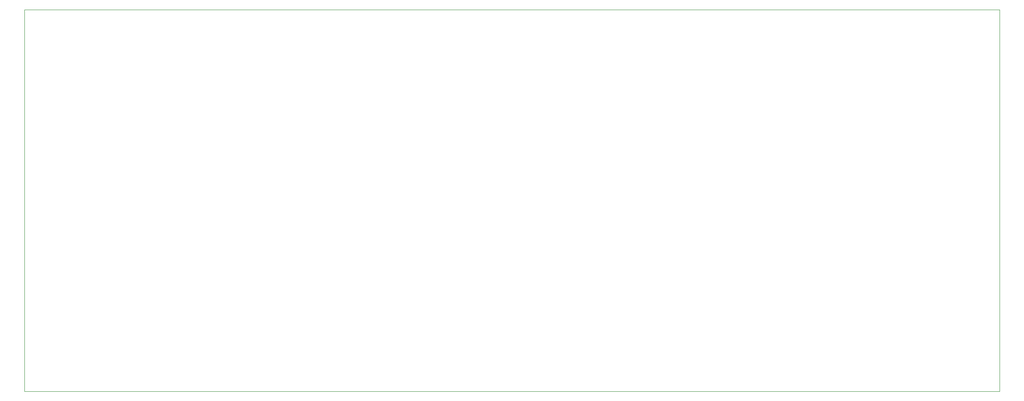
<source format=gbr>
G04 #@! TF.GenerationSoftware,KiCad,Pcbnew,(5.1.4)-1*
G04 #@! TF.CreationDate,2019-10-27T16:09:37+01:00*
G04 #@! TF.ProjectId,JCM800,4a434d38-3030-42e6-9b69-6361645f7063,rev?*
G04 #@! TF.SameCoordinates,Original*
G04 #@! TF.FileFunction,Profile,NP*
%FSLAX46Y46*%
G04 Gerber Fmt 4.6, Leading zero omitted, Abs format (unit mm)*
G04 Created by KiCad (PCBNEW (5.1.4)-1) date 2019-10-27 16:09:37*
%MOMM*%
%LPD*%
G04 APERTURE LIST*
%ADD10C,0.050000*%
G04 APERTURE END LIST*
D10*
X45000000Y-131400000D02*
X45000000Y-54610000D01*
X241000000Y-131400000D02*
X45000000Y-131400000D01*
X241000000Y-54610000D02*
X241000000Y-131400000D01*
X45000000Y-54610000D02*
X241000000Y-54610000D01*
M02*

</source>
